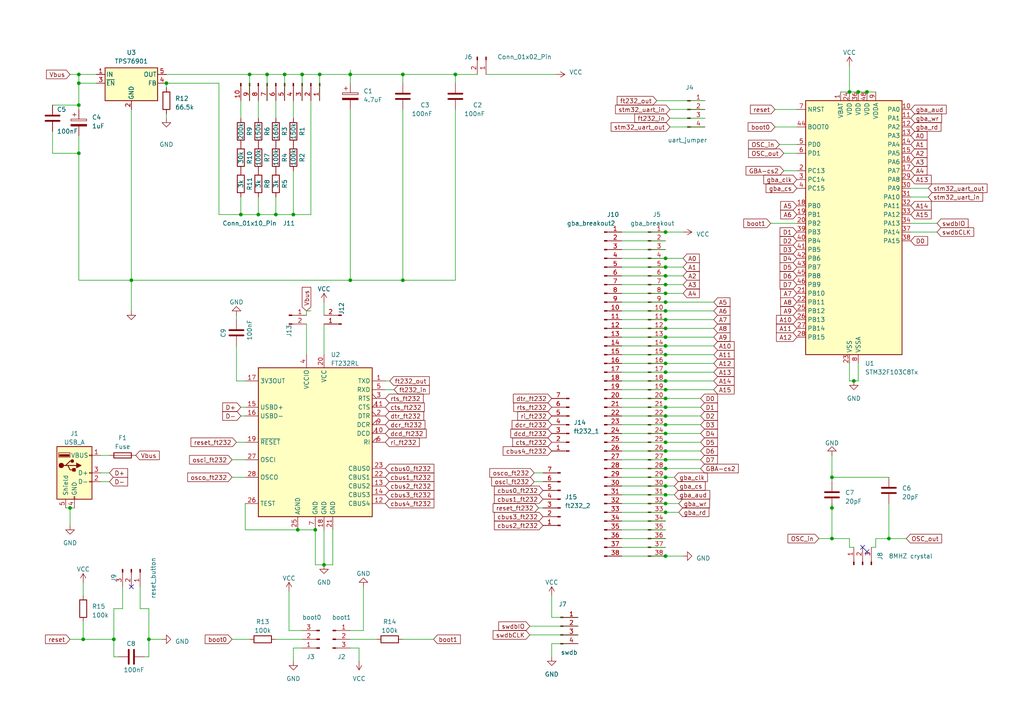
<source format=kicad_sch>
(kicad_sch (version 20230121) (generator eeschema)
  (paper "A4")
  (title_block (title "one") (date "2023-04-29") (rev "v01"))
  (lib_symbols
    (symbol "C_3" (pin_numbers hide) (pin_names (offset 0.254))
      (property "Reference" "C2" (at 8.89 -1.8137 0))
      (property "Value" "100nF" (at 8.89 -4.3537 0))
      (symbol "C_3_1_1"
        (pin passive line (at 0 3.81 270) (length 2.794) (name "~") (number "1"))
        (pin passive line (at 0 -3.81 90) (length 2.794) (name "~") (number "2"))
      )
    )
    (symbol "C_4" (pin_numbers hide) (pin_names (offset 0.254))
      (property "Reference" "C8" (at 3.81 0.635 0))
      (property "Value" "20pF" (at 3.81 -1.905 0))
      (symbol "C_4_1_1"
        (pin passive line (at 0 3.81 270) (length 2.794) (name "~") (number "1"))
        (pin passive line (at 0 -3.81 90) (length 2.794) (name "~") (number "2"))
      )
    )
    (symbol "Conn_01x03_Pin_1" (pin_names (offset 1.016) hide)
      (property "Reference" "J3" (at -1.27 -0.635 0))
      (property "Value" "boot0" (at 6.35 -5.08 0))
      (symbol "Conn_01x03_Pin_1_1_1"
        (pin passive line (at 5.08 2.54 180) (length 3.81) (name "Pin_1") (number "1"))
        (pin passive line (at 5.08 0 180) (length 3.81) (name "Pin_2") (number "2"))
        (pin passive line (at 5.08 -2.54 180) (length 3.81) (name "Pin_3") (number "3"))
      )
    )
    (symbol "Connector:Conn_01x02_Pin" (pin_names (offset 1.016) hide)
      (property "Reference" "J" (at 0 2.54 0))
      (property "Value" "Conn_01x02_Pin" (at 0 -5.08 0))
      (symbol "Conn_01x02_Pin_1_1"
        (pin passive line (at 5.08 0 180) (length 3.81) (name "Pin_1") (number "1"))
        (pin passive line (at 5.08 -2.54 180) (length 3.81) (name "Pin_2") (number "2"))
      )
    )
    (symbol "Connector:Conn_01x03_Pin" (pin_names (offset 1.016) hide)
      (property "Reference" "J2" (at 0.635 6.35 0))
      (property "Value" "boot1" (at 11.43 7.62 0))
      (symbol "Conn_01x03_Pin_1_1"
        (pin passive line (at 5.08 2.54 180) (length 3.81) (name "Pin_1") (number "1"))
        (pin passive line (at 5.08 0 180) (length 3.81) (name "Pin_2") (number "2"))
        (pin passive line (at 5.08 -2.54 180) (length 3.81) (name "Pin_3") (number "3"))
      )
    )
    (symbol "Connector:Conn_01x04_Pin" (pin_names (offset 1.016) hide)
      (property "Reference" "J" (at 0 5.08 0))
      (property "Value" "Conn_01x04_Pin" (at 0 -7.62 0))
      (symbol "Conn_01x04_Pin_1_1"
        (pin passive line (at 5.08 2.54 180) (length 3.81) (name "Pin_1") (number "1"))
        (pin passive line (at 5.08 0 180) (length 3.81) (name "Pin_2") (number "2"))
        (pin passive line (at 5.08 -2.54 180) (length 3.81) (name "Pin_3") (number "3"))
        (pin passive line (at 5.08 -5.08 180) (length 3.81) (name "Pin_4") (number "4"))
      )
    )
    (symbol "Connector:Conn_01x07_Pin" (pin_names (offset 1.016) hide)
      (property "Reference" "J" (at 0 10.16 0))
      (property "Value" "Conn_01x07_Pin" (at 0 -10.16 0))
      (symbol "Conn_01x07_Pin_1_1"
        (pin passive line (at 5.08 7.62 180) (length 3.81) (name "Pin_1") (number "1"))
        (pin passive line (at 5.08 5.08 180) (length 3.81) (name "Pin_2") (number "2"))
        (pin passive line (at 5.08 2.54 180) (length 3.81) (name "Pin_3") (number "3"))
        (pin passive line (at 5.08 0 180) (length 3.81) (name "Pin_4") (number "4"))
        (pin passive line (at 5.08 -2.54 180) (length 3.81) (name "Pin_5") (number "5"))
        (pin passive line (at 5.08 -5.08 180) (length 3.81) (name "Pin_6") (number "6"))
        (pin passive line (at 5.08 -7.62 180) (length 3.81) (name "Pin_7") (number "7"))
      )
    )
    (symbol "Connector:Conn_01x10_Pin" (pin_names (offset 1.016) hide)
      (property "Reference" "J" (at 0 12.7 0))
      (property "Value" "Conn_01x10_Pin" (at 0 -15.24 0))
      (symbol "Conn_01x10_Pin_1_1"
        (pin passive line (at 5.08 10.16 180) (length 3.81) (name "Pin_1") (number "1"))
        (pin passive line (at 5.08 -12.7 180) (length 3.81) (name "Pin_10") (number "10"))
        (pin passive line (at 5.08 7.62 180) (length 3.81) (name "Pin_2") (number "2"))
        (pin passive line (at 5.08 5.08 180) (length 3.81) (name "Pin_3") (number "3"))
        (pin passive line (at 5.08 2.54 180) (length 3.81) (name "Pin_4") (number "4"))
        (pin passive line (at 5.08 0 180) (length 3.81) (name "Pin_5") (number "5"))
        (pin passive line (at 5.08 -2.54 180) (length 3.81) (name "Pin_6") (number "6"))
        (pin passive line (at 5.08 -5.08 180) (length 3.81) (name "Pin_7") (number "7"))
        (pin passive line (at 5.08 -7.62 180) (length 3.81) (name "Pin_8") (number "8"))
        (pin passive line (at 5.08 -10.16 180) (length 3.81) (name "Pin_9") (number "9"))
      )
    )
    (symbol "Connector:Conn_01x38_Pin" (pin_names (offset 1.016) hide)
      (property "Reference" "J5" (at 0.635 49.53 0))
      (property "Value" "gba_breakout" (at 0.635 46.99 0))
      (symbol "Conn_01x38_Pin_1_1"
        (pin passive line (at 5.08 45.72 180) (length 3.81) (name "Pin_1") (number "1"))
        (pin passive line (at 5.08 22.86 180) (length 3.81) (name "Pin_10") (number "10"))
        (pin passive line (at 5.08 20.32 180) (length 3.81) (name "Pin_11") (number "11"))
        (pin passive line (at 5.08 17.78 180) (length 3.81) (name "Pin_12") (number "12"))
        (pin passive line (at 5.08 15.24 180) (length 3.81) (name "Pin_13") (number "13"))
        (pin passive line (at 5.08 12.7 180) (length 3.81) (name "Pin_14") (number "14"))
        (pin passive line (at 5.08 10.16 180) (length 3.81) (name "Pin_15") (number "15"))
        (pin passive line (at 5.08 7.62 180) (length 3.81) (name "Pin_16") (number "16"))
        (pin passive line (at 5.08 5.08 180) (length 3.81) (name "Pin_17") (number "17"))
        (pin passive line (at 5.08 2.54 180) (length 3.81) (name "Pin_18") (number "18"))
        (pin passive line (at 5.08 0 180) (length 3.81) (name "Pin_19") (number "19"))
        (pin passive line (at 5.08 43.18 180) (length 3.81) (name "Pin_2") (number "2"))
        (pin passive line (at 5.08 -2.54 180) (length 3.81) (name "Pin_20") (number "20"))
        (pin passive line (at 5.08 -5.08 180) (length 3.81) (name "Pin_21") (number "21"))
        (pin passive line (at 5.08 -7.62 180) (length 3.81) (name "Pin_22") (number "22"))
        (pin passive line (at 5.08 -10.16 180) (length 3.81) (name "Pin_23") (number "23"))
        (pin passive line (at 5.08 -12.7 180) (length 3.81) (name "Pin_24") (number "24"))
        (pin passive line (at 5.08 -15.24 180) (length 3.81) (name "Pin_25") (number "25"))
        (pin passive line (at 5.08 -17.78 180) (length 3.81) (name "Pin_26") (number "26"))
        (pin passive line (at 5.08 -20.32 180) (length 3.81) (name "Pin_27") (number "27"))
        (pin passive line (at 5.08 -22.86 180) (length 3.81) (name "Pin_28") (number "28"))
        (pin passive line (at 5.08 -25.4 180) (length 3.81) (name "Pin_29") (number "29"))
        (pin passive line (at 5.08 40.64 180) (length 3.81) (name "Pin_3") (number "3"))
        (pin passive line (at 5.08 -27.94 180) (length 3.81) (name "Pin_30") (number "30"))
        (pin passive line (at 5.08 -30.48 180) (length 3.81) (name "Pin_31") (number "31"))
        (pin passive line (at 5.08 -33.02 180) (length 3.81) (name "Pin_32") (number "32"))
        (pin passive line (at 5.08 -35.56 180) (length 3.81) (name "Pin_33") (number "33"))
        (pin passive line (at 5.08 -38.1 180) (length 3.81) (name "Pin_34") (number "34"))
        (pin passive line (at 5.08 -40.64 180) (length 3.81) (name "Pin_35") (number "35"))
        (pin passive line (at 5.08 -43.18 180) (length 3.81) (name "Pin_36") (number "36"))
        (pin passive line (at 5.08 -45.72 180) (length 3.81) (name "Pin_37") (number "37"))
        (pin passive line (at 5.08 -48.26 180) (length 3.81) (name "Pin_38") (number "38"))
        (pin passive line (at 5.08 38.1 180) (length 3.81) (name "Pin_4") (number "4"))
        (pin passive line (at 5.08 35.56 180) (length 3.81) (name "Pin_5") (number "5"))
        (pin passive line (at 5.08 33.02 180) (length 3.81) (name "Pin_6") (number "6"))
        (pin passive line (at 5.08 30.48 180) (length 3.81) (name "Pin_7") (number "7"))
        (pin passive line (at 5.08 27.94 180) (length 3.81) (name "Pin_8") (number "8"))
        (pin passive line (at 5.08 25.4 180) (length 3.81) (name "Pin_9") (number "9"))
      )
    )
    (symbol "Connector:USB_A" (pin_names (offset 1.016))
      (property "Reference" "J" (at -5.08 11.43 0))
      (property "Value" "USB_A" (at -5.08 8.89 0))
      (symbol "USB_A_1_1"
        (pin power_in line (at 7.62 5.08 180) (length 2.54) (name "VBUS") (number "1"))
        (pin bidirectional line (at 7.62 -2.54 180) (length 2.54) (name "D-") (number "2"))
        (pin bidirectional line (at 7.62 0 180) (length 2.54) (name "D+") (number "3"))
        (pin power_in line (at 0 -10.16 90) (length 2.54) (name "GND") (number "4"))
        (pin passive line (at -2.54 -10.16 90) (length 2.54) (name "Shield") (number "5"))
      )
    )
    (symbol "Device:C_Polarized" (pin_numbers hide) (pin_names (offset 0.254))
      (property "Reference" "C1" (at 3.81 1.524 0))
      (property "Value" "4.7uF" (at 3.81 -1.016 0))
      (symbol "C_Polarized_1_1"
        (pin passive line (at 0 3.81 270) (length 2.794) (name "~") (number "1"))
        (pin passive line (at 0 -3.81 90) (length 2.794) (name "~") (number "2"))
      )
    )
    (symbol "Device:Fuse" (pin_numbers hide) (pin_names (offset 0))
      (property "Reference" "F" (at 2.032 0 90))
      (property "Value" "Fuse" (at -1.905 0 90))
      (symbol "Fuse_1_1"
        (pin passive line (at 0 3.81 270) (length 1.27) (name "~") (number "1"))
        (pin passive line (at 0 -3.81 90) (length 1.27) (name "~") (number "2"))
      )
    )
    (symbol "Interface_USB:FT232RL"
      (property "Reference" "U" (at -16.51 22.86 0))
      (property "Value" "FT232RL" (at 10.16 22.86 0))
      (symbol "FT232RL_1_1"
        (pin output line (at 20.32 17.78 180) (length 3.81) (name "TXD") (number "1"))
        (pin input input_low (at 20.32 2.54 180) (length 3.81) (name "DCD") (number "10"))
        (pin input input_low (at 20.32 10.16 180) (length 3.81) (name "CTS") (number "11"))
        (pin bidirectional line (at 20.32 -17.78 180) (length 3.81) (name "CBUS4") (number "12"))
        (pin bidirectional line (at 20.32 -12.7 180) (length 3.81) (name "CBUS2") (number "13"))
        (pin bidirectional line (at 20.32 -15.24 180) (length 3.81) (name "CBUS3") (number "14"))
        (pin bidirectional line (at -20.32 10.16 0) (length 3.81) (name "USBD+") (number "15"))
        (pin bidirectional line (at -20.32 7.62 0) (length 3.81) (name "USBD-") (number "16"))
        (pin power_out line (at -20.32 17.78 0) (length 3.81) (name "3V3OUT") (number "17"))
        (pin power_in line (at 2.54 -25.4 90) (length 3.81) (name "GND") (number "18"))
        (pin input line (at -20.32 0 0) (length 3.81) (name "~{RESET}") (number "19"))
        (pin output output_low (at 20.32 7.62 180) (length 3.81) (name "DTR") (number "2"))
        (pin power_in line (at 2.54 25.4 270) (length 3.81) (name "VCC") (number "20"))
        (pin power_in line (at 5.08 -25.4 90) (length 3.81) (name "GND") (number "21"))
        (pin bidirectional line (at 20.32 -10.16 180) (length 3.81) (name "CBUS1") (number "22"))
        (pin bidirectional line (at 20.32 -7.62 180) (length 3.81) (name "CBUS0") (number "23"))
        (pin power_in line (at -5.08 -25.4 90) (length 3.81) (name "AGND") (number "25"))
        (pin input line (at -20.32 -17.78 0) (length 3.81) (name "TEST") (number "26"))
        (pin input line (at -20.32 -5.08 0) (length 3.81) (name "OSCI") (number "27"))
        (pin output line (at -20.32 -10.16 0) (length 3.81) (name "OSCO") (number "28"))
        (pin output output_low (at 20.32 12.7 180) (length 3.81) (name "RTS") (number "3"))
        (pin power_in line (at -2.54 25.4 270) (length 3.81) (name "VCCIO") (number "4"))
        (pin input line (at 20.32 15.24 180) (length 3.81) (name "RXD") (number "5"))
        (pin input input_low (at 20.32 0 180) (length 3.81) (name "RI") (number "6"))
        (pin power_in line (at 0 -25.4 90) (length 3.81) (name "GND") (number "7"))
        (pin input input_low (at 20.32 5.08 180) (length 3.81) (name "DCR") (number "9"))
      )
    )
    (symbol "MCU_ST_STM32F1:STM32F103C8Tx"
      (property "Reference" "U" (at -12.7 39.37 0))
      (property "Value" "STM32F103C8Tx" (at 10.16 39.37 0))
      (symbol "STM32F103C8Tx_1_1"
        (pin power_in line (at -2.54 40.64 270) (length 2.54) (name "VBAT") (number "1"))
        (pin bidirectional line (at 17.78 35.56 180) (length 2.54) (name "PA0") (number "10"))
        (pin bidirectional line (at 17.78 33.02 180) (length 2.54) (name "PA1") (number "11"))
        (pin bidirectional line (at 17.78 30.48 180) (length 2.54) (name "PA2") (number "12"))
        (pin bidirectional line (at 17.78 27.94 180) (length 2.54) (name "PA3") (number "13"))
        (pin bidirectional line (at 17.78 25.4 180) (length 2.54) (name "PA4") (number "14"))
        (pin bidirectional line (at 17.78 22.86 180) (length 2.54) (name "PA5") (number "15"))
        (pin bidirectional line (at 17.78 20.32 180) (length 2.54) (name "PA6") (number "16"))
        (pin bidirectional line (at 17.78 17.78 180) (length 2.54) (name "PA7") (number "17"))
        (pin bidirectional line (at -15.24 7.62 0) (length 2.54) (name "PB0") (number "18"))
        (pin bidirectional line (at -15.24 5.08 0) (length 2.54) (name "PB1") (number "19"))
        (pin bidirectional line (at -15.24 17.78 0) (length 2.54) (name "PC13") (number "2"))
        (pin bidirectional line (at -15.24 2.54 0) (length 2.54) (name "PB2") (number "20"))
        (pin bidirectional line (at -15.24 -17.78 0) (length 2.54) (name "PB10") (number "21"))
        (pin bidirectional line (at -15.24 -20.32 0) (length 2.54) (name "PB11") (number "22"))
        (pin power_in line (at 0 -38.1 90) (length 2.54) (name "VSS") (number "23"))
        (pin power_in line (at 0 40.64 270) (length 2.54) (name "VDD") (number "24"))
        (pin bidirectional line (at -15.24 -22.86 0) (length 2.54) (name "PB12") (number "25"))
        (pin bidirectional line (at -15.24 -25.4 0) (length 2.54) (name "PB13") (number "26"))
        (pin bidirectional line (at -15.24 -27.94 0) (length 2.54) (name "PB14") (number "27"))
        (pin bidirectional line (at -15.24 -30.48 0) (length 2.54) (name "PB15") (number "28"))
        (pin bidirectional line (at 17.78 15.24 180) (length 2.54) (name "PA8") (number "29"))
        (pin bidirectional line (at -15.24 15.24 0) (length 2.54) (name "PC14") (number "3"))
        (pin bidirectional line (at 17.78 12.7 180) (length 2.54) (name "PA9") (number "30"))
        (pin bidirectional line (at 17.78 10.16 180) (length 2.54) (name "PA10") (number "31"))
        (pin bidirectional line (at 17.78 7.62 180) (length 2.54) (name "PA11") (number "32"))
        (pin bidirectional line (at 17.78 5.08 180) (length 2.54) (name "PA12") (number "33"))
        (pin bidirectional line (at 17.78 2.54 180) (length 2.54) (name "PA13") (number "34"))
        (pin passive line (at 0 -38.1 90) (length 2.54) hide (name "VSS") (number "35"))
        (pin power_in line (at 2.54 40.64 270) (length 2.54) (name "VDD") (number "36"))
        (pin bidirectional line (at 17.78 0 180) (length 2.54) (name "PA14") (number "37"))
        (pin bidirectional line (at 17.78 -2.54 180) (length 2.54) (name "PA15") (number "38"))
        (pin bidirectional line (at -15.24 0 0) (length 2.54) (name "PB3") (number "39"))
        (pin bidirectional line (at -15.24 12.7 0) (length 2.54) (name "PC15") (number "4"))
        (pin bidirectional line (at -15.24 -2.54 0) (length 2.54) (name "PB4") (number "40"))
        (pin bidirectional line (at -15.24 -5.08 0) (length 2.54) (name "PB5") (number "41"))
        (pin bidirectional line (at -15.24 -7.62 0) (length 2.54) (name "PB6") (number "42"))
        (pin bidirectional line (at -15.24 -10.16 0) (length 2.54) (name "PB7") (number "43"))
        (pin input line (at -15.24 30.48 0) (length 2.54) (name "BOOT0") (number "44"))
        (pin bidirectional line (at -15.24 -12.7 0) (length 2.54) (name "PB8") (number "45"))
        (pin bidirectional line (at -15.24 -15.24 0) (length 2.54) (name "PB9") (number "46"))
        (pin passive line (at 0 -38.1 90) (length 2.54) hide (name "VSS") (number "47"))
        (pin power_in line (at 5.08 40.64 270) (length 2.54) (name "VDD") (number "48"))
        (pin bidirectional line (at -15.24 25.4 0) (length 2.54) (name "PD0") (number "5"))
        (pin bidirectional line (at -15.24 22.86 0) (length 2.54) (name "PD1") (number "6"))
        (pin input line (at -15.24 35.56 0) (length 2.54) (name "NRST") (number "7"))
        (pin power_in line (at 2.54 -38.1 90) (length 2.54) (name "VSSA") (number "8"))
        (pin power_in line (at 7.62 40.64 270) (length 2.54) (name "VDDA") (number "9"))
      )
    )
    (symbol "R_2" (pin_numbers hide) (pin_names (offset 0))
      (property "Reference" "R3" (at 2.54 0.635 0))
      (property "Value" "100k" (at 2.54 -1.905 0))
      (symbol "R_2_1_1"
        (pin passive line (at 0 3.81 270) (length 1.27) (name "~") (number "1"))
        (pin passive line (at 0 -3.81 90) (length 1.27) (name "~") (number "2"))
      )
    )
    (symbol "Regulator_Linear:TPS76901" (pin_names (offset 0.254))
      (property "Reference" "U" (at -6.35 5.715 0))
      (property "Value" "TPS76901" (at 0 5.715 0))
      (symbol "TPS76901_1_1"
        (pin power_in line (at -10.16 2.54 0) (length 2.54) (name "IN") (number "1"))
        (pin power_in line (at 0 -7.62 90) (length 2.54) (name "GND") (number "2"))
        (pin input line (at -10.16 0 0) (length 2.54) (name "~{EN}") (number "3"))
        (pin input line (at 10.16 0 180) (length 2.54) (name "FB") (number "4"))
        (pin power_out line (at 10.16 2.54 180) (length 2.54) (name "OUT") (number "5"))
      )
    )
    (symbol "power:GND" (power) (pin_names (offset 0))
      (property "Value" "GND" (at 0 -3.81 0))
      (symbol "GND_1_1"
        (pin power_in line (at 0 0 270) (length 0) hide (name "GND") (number "1"))
      )
    )
    (symbol "power:VCC" (power) (pin_names (offset 0))
      (property "Value" "VCC" (at 0 3.81 0))
      (symbol "VCC_1_1"
        (pin power_in line (at 0 0 90) (length 0) hide (name "VCC") (number "1"))
      )
    )
  )
  (junction (at 193.04 128.27))
  (junction (at 74.93 62.23))
  (junction (at 193.04 77.47))
  (junction (at 92.71 21.59))
  (junction (at 193.04 67.31))
  (junction (at 248.92 26.67))
  (junction (at 257.81 156.21))
  (junction (at 241.3 156.21))
  (junction (at 116.84 21.59))
  (junction (at 193.04 105.41))
  (junction (at 193.04 113.03))
  (junction (at 193.04 74.93))
  (junction (at 193.04 92.71))
  (junction (at 193.04 161.29))
  (junction (at 193.04 115.57))
  (junction (at 80.01 62.23))
  (junction (at 193.04 148.59))
  (junction (at 193.04 110.49))
  (junction (at 82.55 21.59))
  (junction (at 24.13 185.42))
  (junction (at 193.04 135.89))
  (junction (at 132.08 21.59))
  (junction (at 22.86 24.13))
  (junction (at 193.04 130.81))
  (junction (at 93.98 163.83))
  (junction (at 22.86 44.45))
  (junction (at 116.84 81.28))
  (junction (at 101.6 81.28))
  (junction (at 193.04 97.79))
  (junction (at 20.32 147.32))
  (junction (at 193.04 146.05))
  (junction (at 251.46 26.67))
  (junction (at 193.04 133.35))
  (junction (at 193.04 95.25))
  (junction (at 193.04 100.33))
  (junction (at 193.04 118.11))
  (junction (at 22.86 21.59))
  (junction (at 193.04 107.95))
  (junction (at 193.04 80.01))
  (junction (at 43.18 185.42))
  (junction (at 193.04 90.17))
  (junction (at 193.04 138.43))
  (junction (at 193.04 82.55))
  (junction (at 87.63 21.59))
  (junction (at 77.47 21.59))
  (junction (at 48.26 24.13))
  (junction (at 101.6 21.59))
  (junction (at 193.04 143.51))
  (junction (at 38.1 81.28))
  (junction (at 193.04 123.19))
  (junction (at 86.36 153.67))
  (junction (at 193.04 102.87))
  (junction (at 72.39 21.59))
  (junction (at 193.04 125.73))
  (junction (at 193.04 87.63))
  (junction (at 22.86 30.48))
  (junction (at 193.04 120.65))
  (junction (at 246.38 26.67))
  (junction (at 91.44 153.67))
  (junction (at 69.85 62.23))
  (junction (at 241.3 147.32))
  (junction (at 241.3 138.43))
  (junction (at 85.09 62.23))
  (junction (at 193.04 85.09))
  (junction (at 33.02 185.42))
  (junction (at 247.65 110.49))
  (junction (at 193.04 140.97))
  (no_connect (at 38.1 170.18))
  (no_connect (at 250.19 158.75))
  (no_connect (at 251.46 160.02))
  (wire (pts (xy 22.86 81.28) (xy 38.1 81.28)))
  (wire (pts (xy 246.38 19.05) (xy 246.38 26.67)))
  (wire (pts (xy 226.06 41.91) (xy 231.14 41.91)))
  (wire (pts (xy 180.34 161.29) (xy 193.04 161.29)))
  (wire (pts (xy 83.82 182.88) (xy 87.63 182.88)))
  (wire (pts (xy 264.16 54.61) (xy 269.24 54.61)))
  (wire (pts (xy 20.32 147.32) (xy 21.59 147.32)))
  (wire (pts (xy 20.32 185.42) (xy 24.13 185.42)))
  (wire (pts (xy 180.34 113.03) (xy 193.04 113.03)))
  (wire (pts (xy 74.93 62.23) (xy 80.01 62.23)))
  (wire (pts (xy 180.34 77.47) (xy 193.04 77.47)))
  (wire (pts (xy 33.02 176.53) (xy 33.02 185.42)))
  (wire (pts (xy 203.2 120.65) (xy 193.04 120.65)))
  (wire (pts (xy 194.31 31.75) (xy 204.47 31.75)))
  (wire (pts (xy 101.6 31.75) (xy 101.6 81.28)))
  (wire (pts (xy 153.67 181.61) (xy 167.64 181.61)))
  (wire (pts (xy 82.55 21.59) (xy 87.63 21.59)))
  (wire (pts (xy 156.21 147.32) (xy 157.48 147.32)))
  (wire (pts (xy 248.92 110.49) (xy 247.65 110.49)))
  (wire (pts (xy 237.49 156.21) (xy 241.3 156.21)))
  (wire (pts (xy 254 158.75) (xy 254 156.21)))
  (wire (pts (xy 160.02 172.72) (xy 160.02 179.07)))
  (wire (pts (xy 198.12 80.01) (xy 193.04 80.01)))
  (wire (pts (xy 207.01 102.87) (xy 193.04 102.87)))
  (wire (pts (xy 223.52 64.77) (xy 231.14 64.77)))
  (wire (pts (xy 180.34 153.67) (xy 193.04 153.67)))
  (wire (pts (xy 22.86 21.59) (xy 20.32 21.59)))
  (wire (pts (xy 83.82 171.45) (xy 83.82 182.88)))
  (wire (pts (xy 180.34 72.39) (xy 193.04 72.39)))
  (wire (pts (xy 27.94 24.13) (xy 22.86 24.13)))
  (wire (pts (xy 180.34 130.81) (xy 193.04 130.81)))
  (wire (pts (xy 180.34 138.43) (xy 193.04 138.43)))
  (wire (pts (xy 113.03 110.49) (xy 111.76 110.49)))
  (wire (pts (xy 68.58 100.33) (xy 68.58 110.49)))
  (wire (pts (xy 203.2 130.81) (xy 193.04 130.81)))
  (wire (pts (xy 180.34 90.17) (xy 193.04 90.17)))
  (wire (pts (xy 93.98 153.67) (xy 93.98 163.83)))
  (wire (pts (xy 69.85 120.65) (xy 71.12 120.65)))
  (wire (pts (xy 160.02 186.69) (xy 167.64 186.69)))
  (wire (pts (xy 15.24 44.45) (xy 22.86 44.45)))
  (wire (pts (xy 72.39 21.59) (xy 77.47 21.59)))
  (wire (pts (xy 257.81 156.21) (xy 262.89 156.21)))
  (wire (pts (xy 248.92 26.67) (xy 251.46 26.67)))
  (wire (pts (xy 96.52 153.67) (xy 96.52 163.83)))
  (wire (pts (xy 116.84 185.42) (xy 125.73 185.42)))
  (wire (pts (xy 114.3 113.03) (xy 111.76 113.03)))
  (wire (pts (xy 116.84 21.59) (xy 116.84 24.13)))
  (wire (pts (xy 180.34 135.89) (xy 193.04 135.89)))
  (wire (pts (xy 207.01 100.33) (xy 193.04 100.33)))
  (wire (pts (xy 90.17 62.23) (xy 85.09 62.23)))
  (wire (pts (xy 180.34 115.57) (xy 193.04 115.57)))
  (wire (pts (xy 198.12 74.93) (xy 193.04 74.93)))
  (wire (pts (xy 241.3 138.43) (xy 241.3 139.7)))
  (wire (pts (xy 33.02 190.5) (xy 34.29 190.5)))
  (wire (pts (xy 180.34 105.41) (xy 193.04 105.41)))
  (wire (pts (xy 20.32 152.4) (xy 20.32 147.32)))
  (wire (pts (xy 85.09 62.23) (xy 85.09 49.53)))
  (wire (pts (xy 180.34 123.19) (xy 193.04 123.19)))
  (wire (pts (xy 246.38 158.75) (xy 247.65 158.75)))
  (wire (pts (xy 91.44 153.67) (xy 91.44 163.83)))
  (wire (pts (xy 180.34 107.95) (xy 193.04 107.95)))
  (wire (pts (xy 101.6 21.59) (xy 116.84 21.59)))
  (wire (pts (xy 40.64 170.18) (xy 40.64 176.53)))
  (wire (pts (xy 180.34 87.63) (xy 193.04 87.63)))
  (wire (pts (xy 264.16 64.77) (xy 271.78 64.77)))
  (wire (pts (xy 43.18 176.53) (xy 43.18 185.42)))
  (wire (pts (xy 87.63 187.96) (xy 85.09 187.96)))
  (wire (pts (xy 160.02 179.07) (xy 167.64 179.07)))
  (wire (pts (xy 93.98 93.98) (xy 93.98 102.87)))
  (wire (pts (xy 33.02 176.53) (xy 35.56 176.53)))
  (wire (pts (xy 82.55 29.21) (xy 82.55 21.59)))
  (wire (pts (xy 198.12 161.29) (xy 193.04 161.29)))
  (wire (pts (xy 31.75 132.08) (xy 29.21 132.08)))
  (wire (pts (xy 193.04 92.71) (xy 207.01 92.71)))
  (wire (pts (xy 132.08 21.59) (xy 138.43 21.59)))
  (wire (pts (xy 207.01 95.25) (xy 193.04 95.25)))
  (wire (pts (xy 27.94 21.59) (xy 22.86 21.59)))
  (wire (pts (xy 203.2 133.35) (xy 193.04 133.35)))
  (wire (pts (xy 90.17 29.21) (xy 90.17 62.23)))
  (wire (pts (xy 246.38 105.41) (xy 246.38 110.49)))
  (wire (pts (xy 22.86 81.28) (xy 22.86 44.45)))
  (wire (pts (xy 48.26 21.59) (xy 72.39 21.59)))
  (wire (pts (xy 180.34 110.49) (xy 193.04 110.49)))
  (wire (pts (xy 207.01 97.79) (xy 193.04 97.79)))
  (wire (pts (xy 241.3 132.08) (xy 241.3 138.43)))
  (wire (pts (xy 87.63 21.59) (xy 87.63 29.21)))
  (wire (pts (xy 92.71 21.59) (xy 92.71 29.21)))
  (wire (pts (xy 180.34 82.55) (xy 193.04 82.55)))
  (wire (pts (xy 24.13 168.91) (xy 24.13 172.72)))
  (wire (pts (xy 203.2 135.89) (xy 193.04 135.89)))
  (wire (pts (xy 132.08 21.59) (xy 132.08 24.13)))
  (wire (pts (xy 68.58 110.49) (xy 71.12 110.49)))
  (wire (pts (xy 48.26 24.13) (xy 63.5 24.13)))
  (wire (pts (xy 101.6 187.96) (xy 104.14 187.96)))
  (wire (pts (xy 48.26 34.29) (xy 48.26 33.02)))
  (wire (pts (xy 227.33 49.53) (xy 231.14 49.53)))
  (wire (pts (xy 180.34 125.73) (xy 193.04 125.73)))
  (wire (pts (xy 180.34 74.93) (xy 193.04 74.93)))
  (wire (pts (xy 180.34 128.27) (xy 193.04 128.27)))
  (wire (pts (xy 15.24 30.48) (xy 22.86 30.48)))
  (wire (pts (xy 193.04 107.95) (xy 207.01 107.95)))
  (wire (pts (xy 116.84 31.75) (xy 116.84 81.28)))
  (wire (pts (xy 74.93 34.29) (xy 74.93 29.21)))
  (wire (pts (xy 87.63 21.59) (xy 92.71 21.59)))
  (wire (pts (xy 67.31 185.42) (xy 72.39 185.42)))
  (wire (pts (xy 246.38 26.67) (xy 248.92 26.67)))
  (wire (pts (xy 31.75 139.7) (xy 29.21 139.7)))
  (wire (pts (xy 207.01 87.63) (xy 193.04 87.63)))
  (wire (pts (xy 203.2 128.27) (xy 193.04 128.27)))
  (wire (pts (xy 153.67 184.15) (xy 167.64 184.15)))
  (wire (pts (xy 246.38 156.21) (xy 246.38 158.75)))
  (wire (pts (xy 257.81 156.21) (xy 257.81 146.05)))
  (wire (pts (xy 180.34 80.01) (xy 193.04 80.01)))
  (wire (pts (xy 24.13 185.42) (xy 24.13 180.34)))
  (wire (pts (xy 194.31 34.29) (xy 204.47 34.29)))
  (wire (pts (xy 160.02 190.5) (xy 160.02 186.69)))
  (wire (pts (xy 38.1 81.28) (xy 101.6 81.28)))
  (wire (pts (xy 207.01 110.49) (xy 193.04 110.49)))
  (wire (pts (xy 101.6 21.59) (xy 101.6 24.13)))
  (wire (pts (xy 22.86 24.13) (xy 22.86 21.59)))
  (wire (pts (xy 140.97 21.59) (xy 161.29 21.59)))
  (wire (pts (xy 24.13 185.42) (xy 33.02 185.42)))
  (wire (pts (xy 180.34 92.71) (xy 193.04 92.71)))
  (wire (pts (xy 41.91 190.5) (xy 43.18 190.5)))
  (wire (pts (xy 203.2 125.73) (xy 193.04 125.73)))
  (wire (pts (xy 68.58 128.27) (xy 71.12 128.27)))
  (wire (pts (xy 93.98 163.83) (xy 96.52 163.83)))
  (wire (pts (xy 43.18 190.5) (xy 43.18 185.42)))
  (wire (pts (xy 180.34 146.05) (xy 193.04 146.05)))
  (wire (pts (xy 69.85 118.11) (xy 71.12 118.11)))
  (wire (pts (xy 22.86 30.48) (xy 22.86 31.75)))
  (wire (pts (xy 180.34 143.51) (xy 193.04 143.51)))
  (wire (pts (xy 101.6 182.88) (xy 105.41 182.88)))
  (wire (pts (xy 88.9 90.17) (xy 88.9 91.44)))
  (wire (pts (xy 195.58 140.97) (xy 193.04 140.97)))
  (wire (pts (xy 22.86 44.45) (xy 22.86 39.37)))
  (wire (pts (xy 196.85 146.05) (xy 193.04 146.05)))
  (wire (pts (xy 198.12 85.09) (xy 193.04 85.09)))
  (wire (pts (xy 101.6 20.32) (xy 101.6 21.59)))
  (wire (pts (xy 86.36 153.67) (xy 91.44 153.67)))
  (wire (pts (xy 91.44 163.83) (xy 93.98 163.83)))
  (wire (pts (xy 101.6 81.28) (xy 116.84 81.28)))
  (wire (pts (xy 264.16 67.31) (xy 271.78 67.31)))
  (wire (pts (xy 92.71 21.59) (xy 101.6 21.59)))
  (wire (pts (xy 80.01 185.42) (xy 87.63 185.42)))
  (wire (pts (xy 22.86 24.13) (xy 22.86 30.48)))
  (wire (pts (xy 48.26 24.13) (xy 48.26 25.4)))
  (wire (pts (xy 194.31 36.83) (xy 204.47 36.83)))
  (wire (pts (xy 180.34 156.21) (xy 193.04 156.21)))
  (wire (pts (xy 80.01 62.23) (xy 85.09 62.23)))
  (wire (pts (xy 246.38 110.49) (xy 247.65 110.49)))
  (wire (pts (xy 72.39 21.59) (xy 72.39 29.21)))
  (wire (pts (xy 85.09 34.29) (xy 85.09 29.21)))
  (wire (pts (xy 33.02 185.42) (xy 33.02 190.5)))
  (wire (pts (xy 243.84 26.67) (xy 246.38 26.67)))
  (wire (pts (xy 85.09 187.96) (xy 85.09 191.77)))
  (wire (pts (xy 80.01 62.23) (xy 80.01 57.15)))
  (wire (pts (xy 35.56 176.53) (xy 35.56 170.18)))
  (wire (pts (xy 88.9 93.98) (xy 88.9 102.87)))
  (wire (pts (xy 154.94 137.16) (xy 157.48 137.16)))
  (wire (pts (xy 241.3 156.21) (xy 246.38 156.21)))
  (wire (pts (xy 43.18 185.42) (xy 46.99 185.42)))
  (wire (pts (xy 193.04 113.03) (xy 207.01 113.03)))
  (wire (pts (xy 63.5 24.13) (xy 63.5 62.23)))
  (wire (pts (xy 180.34 97.79) (xy 193.04 97.79)))
  (wire (pts (xy 74.93 62.23) (xy 69.85 62.23)))
  (wire (pts (xy 203.2 118.11) (xy 193.04 118.11)))
  (wire (pts (xy 71.12 153.67) (xy 86.36 153.67)))
  (wire (pts (xy 198.12 77.47) (xy 193.04 77.47)))
  (wire (pts (xy 251.46 26.67) (xy 254 26.67)))
  (wire (pts (xy 38.1 31.75) (xy 38.1 81.28)))
  (wire (pts (xy 190.5 29.21) (xy 204.47 29.21)))
  (wire (pts (xy 88.9 90.17) (xy 90.17 90.17)))
  (wire (pts (xy 203.2 115.57) (xy 193.04 115.57)))
  (wire (pts (xy 67.31 133.35) (xy 71.12 133.35)))
  (wire (pts (xy 67.31 138.43) (xy 71.12 138.43)))
  (wire (pts (xy 180.34 120.65) (xy 193.04 120.65)))
  (wire (pts (xy 180.34 67.31) (xy 193.04 67.31)))
  (wire (pts (xy 31.75 137.16) (xy 29.21 137.16)))
  (wire (pts (xy 198.12 82.55) (xy 193.04 82.55)))
  (wire (pts (xy 101.6 185.42) (xy 109.22 185.42)))
  (wire (pts (xy 116.84 81.28) (xy 132.08 81.28)))
  (wire (pts (xy 180.34 151.13) (xy 193.04 151.13)))
  (wire (pts (xy 196.85 148.59) (xy 193.04 148.59)))
  (wire (pts (xy 77.47 21.59) (xy 82.55 21.59)))
  (wire (pts (xy 105.41 182.88) (xy 105.41 170.18)))
  (wire (pts (xy 198.12 67.31) (xy 193.04 67.31)))
  (wire (pts (xy 195.58 143.51) (xy 193.04 143.51)))
  (wire (pts (xy 241.3 138.43) (xy 257.81 138.43)))
  (wire (pts (xy 154.94 139.7) (xy 157.48 139.7)))
  (wire (pts (xy 180.34 100.33) (xy 193.04 100.33)))
  (wire (pts (xy 77.47 29.21) (xy 77.47 21.59)))
  (wire (pts (xy 248.92 105.41) (xy 248.92 110.49)))
  (wire (pts (xy 68.58 91.44) (xy 68.58 92.71)))
  (wire (pts (xy 224.79 31.75) (xy 231.14 31.75)))
  (wire (pts (xy 38.1 90.17) (xy 38.1 81.28)))
  (wire (pts (xy 116.84 21.59) (xy 132.08 21.59)))
  (wire (pts (xy 180.34 158.75) (xy 193.04 158.75)))
  (wire (pts (xy 15.24 38.1) (xy 15.24 44.45)))
  (wire (pts (xy 74.93 57.15) (xy 74.93 62.23)))
  (wire (pts (xy 195.58 138.43) (xy 193.04 138.43)))
  (wire (pts (xy 241.3 147.32) (xy 241.3 156.21)))
  (wire (pts (xy 227.33 44.45) (xy 231.14 44.45)))
  (wire (pts (xy 80.01 34.29) (xy 80.01 29.21)))
  (wire (pts (xy 180.34 102.87) (xy 193.04 102.87)))
  (wire (pts (xy 180.34 95.25) (xy 193.04 95.25)))
  (wire (pts (xy 203.2 123.19) (xy 193.04 123.19)))
  (wire (pts (xy 224.79 36.83) (xy 231.14 36.83)))
  (wire (pts (xy 180.34 140.97) (xy 193.04 140.97)))
  (wire (pts (xy 71.12 146.05) (xy 71.12 153.67)))
  (wire (pts (xy 241.3 146.05) (xy 241.3 147.32)))
  (wire (pts (xy 63.5 62.23) (xy 69.85 62.23)))
  (wire (pts (xy 40.64 176.53) (xy 43.18 176.53)))
  (wire (pts (xy 69.85 62.23) (xy 69.85 57.15)))
  (wire (pts (xy 180.34 118.11) (xy 193.04 118.11)))
  (wire (pts (xy 132.08 81.28) (xy 132.08 31.75)))
  (wire (pts (xy 180.34 69.85) (xy 193.04 69.85)))
  (wire (pts (xy 180.34 133.35) (xy 193.04 133.35)))
  (wire (pts (xy 180.34 85.09) (xy 193.04 85.09)))
  (wire (pts (xy 207.01 90.17) (xy 193.04 90.17)))
  (wire (pts (xy 207.01 105.41) (xy 193.04 105.41)))
  (wire (pts (xy 254 156.21) (xy 257.81 156.21)))
  (wire (pts (xy 252.73 158.75) (xy 254 158.75)))
  (wire (pts (xy 180.34 148.59) (xy 193.04 148.59)))
  (wire (pts (xy 20.32 147.32) (xy 19.05 147.32)))
  (wire (pts (xy 93.98 87.63) (xy 93.98 91.44)))
  (wire (pts (xy 264.16 57.15) (xy 269.24 57.15)))
  (wire (pts (xy 104.14 187.96) (xy 104.14 191.77)))
  (wire (pts (xy 69.85 34.29) (xy 69.85 29.21)))
  (global_label "rts_ft232" (shape input) (at 111.76 115.57 0) (property "Intersheetrefs" "${INTERSHEET_REFS}" (effects hide)))
  (global_label "D+" (shape input) (at 31.75 137.16 0) (property "Intersheetrefs" "${INTERSHEET_REFS}" (effects hide)))
  (global_label "A3" (shape input) (at 198.12 82.55 0) (property "Intersheetrefs" "${INTERSHEET_REFS}" (effects hide)))
  (global_label "D3" (shape input) (at 231.14 72.39 180) (property "Intersheetrefs" "${INTERSHEET_REFS}" (effects hide)))
  (global_label "A1" (shape input) (at 264.16 41.91 0) (property "Intersheetrefs" "${INTERSHEET_REFS}" (effects hide)))
  (global_label "swdbIO" (shape input) (at 153.67 181.61 180) (property "Intersheetrefs" "${INTERSHEET_REFS}" (effects hide)))
  (global_label "D6" (shape input) (at 203.2 130.81 0) (property "Intersheetrefs" "${INTERSHEET_REFS}" (effects hide)))
  (global_label "A5" (shape input) (at 207.01 87.63 0) (property "Intersheetrefs" "${INTERSHEET_REFS}" (effects hide)))
  (global_label "boot0" (shape input) (at 67.31 185.42 180) (property "Intersheetrefs" "${INTERSHEET_REFS}" (effects hide)))
  (global_label "gba_aud" (shape input) (at 264.16 31.75 0) (property "Intersheetrefs" "${INTERSHEET_REFS}" (effects hide)))
  (global_label "D3" (shape input) (at 203.2 123.19 0) (property "Intersheetrefs" "${INTERSHEET_REFS}" (effects hide)))
  (global_label "osci_ft232" (shape input) (at 67.31 133.35 180) (property "Intersheetrefs" "${INTERSHEET_REFS}" (effects hide)))
  (global_label "D-" (shape input) (at 69.85 120.65 180) (property "Intersheetrefs" "${INTERSHEET_REFS}" (effects hide)))
  (global_label "A4" (shape input) (at 264.16 49.53 0) (property "Intersheetrefs" "${INTERSHEET_REFS}" (effects hide)))
  (global_label "D-" (shape input) (at 31.75 139.7 0) (property "Intersheetrefs" "${INTERSHEET_REFS}" (effects hide)))
  (global_label "D7" (shape input) (at 231.14 82.55 180) (property "Intersheetrefs" "${INTERSHEET_REFS}" (effects hide)))
  (global_label "A4" (shape input) (at 198.12 85.09 0) (property "Intersheetrefs" "${INTERSHEET_REFS}" (effects hide)))
  (global_label "gba_rd" (shape input) (at 196.85 148.59 0) (property "Intersheetrefs" "${INTERSHEET_REFS}" (effects hide)))
  (global_label "D0" (shape input) (at 264.16 69.85 0) (property "Intersheetrefs" "${INTERSHEET_REFS}" (effects hide)))
  (global_label "cbus0_ft232" (shape input) (at 111.76 135.89 0) (property "Intersheetrefs" "${INTERSHEET_REFS}" (effects hide)))
  (global_label "stm32_uart_out" (shape input) (at 269.24 54.61 0) (property "Intersheetrefs" "${INTERSHEET_REFS}" (effects hide)))
  (global_label "reset" (shape input) (at 20.32 185.42 180) (property "Intersheetrefs" "${INTERSHEET_REFS}" (effects hide)))
  (global_label "reset_ft232" (shape input) (at 156.21 147.32 180) (property "Intersheetrefs" "${INTERSHEET_REFS}" (effects hide)))
  (global_label "D2" (shape input) (at 203.2 120.65 0) (property "Intersheetrefs" "${INTERSHEET_REFS}" (effects hide)))
  (global_label "ri_ft232" (shape input) (at 111.76 128.27 0) (property "Intersheetrefs" "${INTERSHEET_REFS}" (effects hide)))
  (global_label "Vbus" (shape input) (at 20.32 21.59 180) (property "Intersheetrefs" "${INTERSHEET_REFS}" (effects hide)))
  (global_label "A6" (shape input) (at 231.14 62.23 180) (property "Intersheetrefs" "${INTERSHEET_REFS}" (effects hide)))
  (global_label "swdbCLK" (shape input) (at 153.67 184.15 180) (property "Intersheetrefs" "${INTERSHEET_REFS}" (effects hide)))
  (global_label "A15" (shape input) (at 264.16 62.23 0) (property "Intersheetrefs" "${INTERSHEET_REFS}" (effects hide)))
  (global_label "A2" (shape input) (at 198.12 80.01 0) (property "Intersheetrefs" "${INTERSHEET_REFS}" (effects hide)))
  (global_label "gba_clk" (shape input) (at 195.58 138.43 0) (property "Intersheetrefs" "${INTERSHEET_REFS}" (effects hide)))
  (global_label "ft232_in" (shape input) (at 114.3 113.03 0) (property "Intersheetrefs" "${INTERSHEET_REFS}" (effects hide)))
  (global_label "D6" (shape input) (at 231.14 80.01 180) (property "Intersheetrefs" "${INTERSHEET_REFS}" (effects hide)))
  (global_label "gba_cs" (shape input) (at 231.14 54.61 180) (property "Intersheetrefs" "${INTERSHEET_REFS}" (effects hide)))
  (global_label "osci_ft232" (shape input) (at 154.94 139.7 180) (property "Intersheetrefs" "${INTERSHEET_REFS}" (effects hide)))
  (global_label "gba_cs" (shape input) (at 195.58 140.97 0) (property "Intersheetrefs" "${INTERSHEET_REFS}" (effects hide)))
  (global_label "A1" (shape input) (at 198.12 77.47 0) (property "Intersheetrefs" "${INTERSHEET_REFS}" (effects hide)))
  (global_label "gba_wr" (shape input) (at 196.85 146.05 0) (property "Intersheetrefs" "${INTERSHEET_REFS}" (effects hide)))
  (global_label "cbus3_ft232" (shape input) (at 111.76 143.51 0) (property "Intersheetrefs" "${INTERSHEET_REFS}" (effects hide)))
  (global_label "A14" (shape input) (at 207.01 110.49 0) (property "Intersheetrefs" "${INTERSHEET_REFS}" (effects hide)))
  (global_label "ri_ft232" (shape input) (at 160.02 120.65 180) (property "Intersheetrefs" "${INTERSHEET_REFS}" (effects hide)))
  (global_label "GBA-cs2" (shape input) (at 227.33 49.53 180) (property "Intersheetrefs" "${INTERSHEET_REFS}" (effects hide)))
  (global_label "osco_ft232" (shape input) (at 154.94 137.16 180) (property "Intersheetrefs" "${INTERSHEET_REFS}" (effects hide)))
  (global_label "A9" (shape input) (at 231.14 90.17 180) (property "Intersheetrefs" "${INTERSHEET_REFS}" (effects hide)))
  (global_label "OSC_out" (shape input) (at 227.33 44.45 180) (property "Intersheetrefs" "${INTERSHEET_REFS}" (effects hide)))
  (global_label "dtr_ft232" (shape input) (at 160.02 115.57 180) (property "Intersheetrefs" "${INTERSHEET_REFS}" (effects hide)))
  (global_label "A13" (shape input) (at 207.01 107.95 0) (property "Intersheetrefs" "${INTERSHEET_REFS}" (effects hide)))
  (global_label "dcr_ft232" (shape input) (at 111.76 123.19 0) (property "Intersheetrefs" "${INTERSHEET_REFS}" (effects hide)))
  (global_label "swdbCLK" (shape input) (at 271.78 67.31 0) (property "Intersheetrefs" "${INTERSHEET_REFS}" (effects hide)))
  (global_label "OSC_out" (shape input) (at 262.89 156.21 0) (property "Intersheetrefs" "${INTERSHEET_REFS}" (effects hide)))
  (global_label "D0" (shape input) (at 203.2 115.57 0) (property "Intersheetrefs" "${INTERSHEET_REFS}" (effects hide)))
  (global_label "dcd_ft232" (shape input) (at 111.76 125.73 0) (property "Intersheetrefs" "${INTERSHEET_REFS}" (effects hide)))
  (global_label "reset_ft232" (shape input) (at 68.58 128.27 180) (property "Intersheetrefs" "${INTERSHEET_REFS}" (effects hide)))
  (global_label "D1" (shape input) (at 203.2 118.11 0) (property "Intersheetrefs" "${INTERSHEET_REFS}" (effects hide)))
  (global_label "A15" (shape input) (at 207.01 113.03 0) (property "Intersheetrefs" "${INTERSHEET_REFS}" (effects hide)))
  (global_label "cbus3_ft232" (shape input) (at 157.48 149.86 180) (property "Intersheetrefs" "${INTERSHEET_REFS}" (effects hide)))
  (global_label "A9" (shape input) (at 207.01 97.79 0) (property "Intersheetrefs" "${INTERSHEET_REFS}" (effects hide)))
  (global_label "A7" (shape input) (at 207.01 92.71 0) (property "Intersheetrefs" "${INTERSHEET_REFS}" (effects hide)))
  (global_label "dtr_ft232" (shape input) (at 111.76 120.65 0) (property "Intersheetrefs" "${INTERSHEET_REFS}" (effects hide)))
  (global_label "A14" (shape input) (at 264.16 59.69 0) (property "Intersheetrefs" "${INTERSHEET_REFS}" (effects hide)))
  (global_label "A0" (shape input) (at 198.12 74.93 0) (property "Intersheetrefs" "${INTERSHEET_REFS}" (effects hide)))
  (global_label "rts_ft232" (shape input) (at 160.02 118.11 180) (property "Intersheetrefs" "${INTERSHEET_REFS}" (effects hide)))
  (global_label "stm32_uart_out" (shape input) (at 194.31 36.83 180) (property "Intersheetrefs" "${INTERSHEET_REFS}" (effects hide)))
  (global_label "D7" (shape input) (at 203.2 133.35 0) (property "Intersheetrefs" "${INTERSHEET_REFS}" (effects hide)))
  (global_label "A2" (shape input) (at 264.16 44.45 0) (property "Intersheetrefs" "${INTERSHEET_REFS}" (effects hide)))
  (global_label "A10" (shape input) (at 207.01 100.33 0) (property "Intersheetrefs" "${INTERSHEET_REFS}" (effects hide)))
  (global_label "Vbus" (shape input) (at 88.9 90.17 90) (property "Intersheetrefs" "${INTERSHEET_REFS}" (effects hide)))
  (global_label "cts_ft232" (shape input) (at 111.76 118.11 0) (property "Intersheetrefs" "${INTERSHEET_REFS}" (effects hide)))
  (global_label "ft232_out" (shape input) (at 113.03 110.49 0) (property "Intersheetrefs" "${INTERSHEET_REFS}" (effects hide)))
  (global_label "A12" (shape input) (at 207.01 105.41 0) (property "Intersheetrefs" "${INTERSHEET_REFS}" (effects hide)))
  (global_label "A13" (shape input) (at 264.16 52.07 0) (property "Intersheetrefs" "${INTERSHEET_REFS}" (effects hide)))
  (global_label "D2" (shape input) (at 231.14 69.85 180) (property "Intersheetrefs" "${INTERSHEET_REFS}" (effects hide)))
  (global_label "gba_clk" (shape input) (at 231.14 52.07 180) (property "Intersheetrefs" "${INTERSHEET_REFS}" (effects hide)))
  (global_label "cts_ft232" (shape input) (at 160.02 128.27 180) (property "Intersheetrefs" "${INTERSHEET_REFS}" (effects hide)))
  (global_label "A6" (shape input) (at 207.01 90.17 0) (property "Intersheetrefs" "${INTERSHEET_REFS}" (effects hide)))
  (global_label "gba_wr" (shape input) (at 264.16 34.29 0) (property "Intersheetrefs" "${INTERSHEET_REFS}" (effects hide)))
  (global_label "cbus2_ft232" (shape input) (at 157.48 152.4 180) (property "Intersheetrefs" "${INTERSHEET_REFS}" (effects hide)))
  (global_label "D5" (shape input) (at 203.2 128.27 0) (property "Intersheetrefs" "${INTERSHEET_REFS}" (effects hide)))
  (global_label "A11" (shape input) (at 207.01 102.87 0) (property "Intersheetrefs" "${INTERSHEET_REFS}" (effects hide)))
  (global_label "stm32_uart_in" (shape input) (at 194.31 31.75 180) (property "Intersheetrefs" "${INTERSHEET_REFS}" (effects hide)))
  (global_label "swdbIO" (shape input) (at 271.78 64.77 0) (property "Intersheetrefs" "${INTERSHEET_REFS}" (effects hide)))
  (global_label "A5" (shape input) (at 231.14 59.69 180) (property "Intersheetrefs" "${INTERSHEET_REFS}" (effects hide)))
  (global_label "ft232_out" (shape input) (at 190.5 29.21 180) (property "Intersheetrefs" "${INTERSHEET_REFS}" (effects hide)))
  (global_label "A12" (shape input) (at 231.14 97.79 180) (property "Intersheetrefs" "${INTERSHEET_REFS}" (effects hide)))
  (global_label "A7" (shape input) (at 231.14 85.09 180) (property "Intersheetrefs" "${INTERSHEET_REFS}" (effects hide)))
  (global_label "osco_ft232" (shape input) (at 67.31 138.43 180) (property "Intersheetrefs" "${INTERSHEET_REFS}" (effects hide)))
  (global_label "A8" (shape input) (at 231.14 87.63 180) (property "Intersheetrefs" "${INTERSHEET_REFS}" (effects hide)))
  (global_label "A3" (shape input) (at 264.16 46.99 0) (property "Intersheetrefs" "${INTERSHEET_REFS}" (effects hide)))
  (global_label "dcr_ft232" (shape input) (at 160.02 123.19 180) (property "Intersheetrefs" "${INTERSHEET_REFS}" (effects hide)))
  (global_label "D5" (shape input) (at 231.14 77.47 180) (property "Intersheetrefs" "${INTERSHEET_REFS}" (effects hide)))
  (global_label "boot1" (shape input) (at 223.52 64.77 180) (property "Intersheetrefs" "${INTERSHEET_REFS}" (effects hide)))
  (global_label "A8" (shape input) (at 207.01 95.25 0) (property "Intersheetrefs" "${INTERSHEET_REFS}" (effects hide)))
  (global_label "Vbus" (shape input) (at 39.37 132.08 0) (property "Intersheetrefs" "${INTERSHEET_REFS}" (effects hide)))
  (global_label "gba_aud" (shape input) (at 195.58 143.51 0) (property "Intersheetrefs" "${INTERSHEET_REFS}" (effects hide)))
  (global_label "cbus4_ft232" (shape input) (at 111.76 146.05 0) (property "Intersheetrefs" "${INTERSHEET_REFS}" (effects hide)))
  (global_label "D4" (shape input) (at 231.14 74.93 180) (property "Intersheetrefs" "${INTERSHEET_REFS}" (effects hide)))
  (global_label "OSC_in" (shape input) (at 237.49 156.21 180) (property "Intersheetrefs" "${INTERSHEET_REFS}" (effects hide)))
  (global_label "GBA-cs2" (shape input) (at 203.2 135.89 0) (property "Intersheetrefs" "${INTERSHEET_REFS}" (effects hide)))
  (global_label "D+" (shape input) (at 69.85 118.11 180) (property "Intersheetrefs" "${INTERSHEET_REFS}" (effects hide)))
  (global_label "OSC_in" (shape input) (at 226.06 41.91 180) (property "Intersheetrefs" "${INTERSHEET_REFS}" (effects hide)))
  (global_label "A10" (shape input) (at 231.14 92.71 180) (property "Intersheetrefs" "${INTERSHEET_REFS}" (effects hide)))
  (global_label "reset" (shape input) (at 224.79 31.75 180) (property "Intersheetrefs" "${INTERSHEET_REFS}" (effects hide)))
  (global_label "stm32_uart_in" (shape input) (at 269.24 57.15 0) (property "Intersheetrefs" "${INTERSHEET_REFS}" (effects hide)))
  (global_label "A11" (shape input) (at 231.14 95.25 180) (property "Intersheetrefs" "${INTERSHEET_REFS}" (effects hide)))
  (global_label "D4" (shape input) (at 203.2 125.73 0) (property "Intersheetrefs" "${INTERSHEET_REFS}" (effects hide)))
  (global_label "cbus2_ft232" (shape input) (at 111.76 140.97 0) (property "Intersheetrefs" "${INTERSHEET_REFS}" (effects hide)))
  (global_label "boot1" (shape input) (at 125.73 185.42 0) (property "Intersheetrefs" "${INTERSHEET_REFS}" (effects hide)))
  (global_label "cbus4_ft232" (shape input) (at 160.02 130.81 180) (property "Intersheetrefs" "${INTERSHEET_REFS}" (effects hide)))
  (global_label "cbus1_ft232" (shape input) (at 157.48 144.78 180) (property "Intersheetrefs" "${INTERSHEET_REFS}" (effects hide)))
  (global_label "cbus0_ft232" (shape input) (at 157.48 142.24 180) (property "Intersheetrefs" "${INTERSHEET_REFS}" (effects hide)))
  (global_label "boot0" (shape input) (at 224.79 36.83 180) (property "Intersheetrefs" "${INTERSHEET_REFS}" (effects hide)))
  (global_label "cbus1_ft232" (shape input) (at 111.76 138.43 0) (property "Intersheetrefs" "${INTERSHEET_REFS}" (effects hide)))
  (global_label "A0" (shape input) (at 264.16 39.37 0) (property "Intersheetrefs" "${INTERSHEET_REFS}" (effects hide)))
  (global_label "dcd_ft232" (shape input) (at 160.02 125.73 180) (property "Intersheetrefs" "${INTERSHEET_REFS}" (effects hide)))
  (global_label "gba_rd" (shape input) (at 264.16 36.83 0) (property "Intersheetrefs" "${INTERSHEET_REFS}" (effects hide)))
  (global_label "D1" (shape input) (at 231.14 67.31 180) (property "Intersheetrefs" "${INTERSHEET_REFS}" (effects hide)))
  (global_label "ft232_in" (shape input) (at 194.31 34.29 180) (property "Intersheetrefs" "${INTERSHEET_REFS}" (effects hide)))
  (symbol (lib_name "R_2") (lib_id "Device:R") (at 74.93 38.1 0) (unit 1)
    (property "Reference" "R6" (at 77.47 38.1 90))
    (property "Value" "150k" (at 74.93 38.1 90))
    (property "Footprint" "Resistor_SMD:R_0402_1005Metric" (effects hide))
    (property "LCSC" "C429049" (effects hide))
  )
  (symbol (lib_name "R_2") (lib_id "Device:R") (at 69.85 45.72 0) (unit 1)
    (property "Reference" "R10" (at 72.39 45.72 90))
    (property "Value" "30k" (at 69.85 45.72 90))
    (property "Footprint" "Resistor_SMD:R_0402_1005Metric" (effects hide))
    (property "LCSC" "C352437" (effects hide))
  )
  (symbol (lib_id "Connector:Conn_01x02_Pin") (at 140.97 16.51 270) (unit 1)
    (property "Reference" "J6" (at 134.62 16.51 90) (effects (justify left)))
    (property "Value" "Conn_01x02_Pin" (at 160.02 16.51 90) (effects (justify right)))
    (property "Footprint" "Connector_PinHeader_2.54mm:PinHeader_1x02_P2.54mm_Vertical" (effects hide))
  )
  (symbol (lib_id "power:VCC") (at 161.29 21.59 270) (mirror x) (unit 1)
    (property "Reference" "#PWR08" (effects hide))
    (property "Value" "VCC" (at 165.1 20.955 90) (effects (justify left)))
  )
  (symbol (lib_id "MCU_ST_STM32F1:STM32F103C8Tx") (at 246.38 67.31 0) (unit 1)
    (property "Reference" "U1" (at 250.8759 105.41 0) (effects (justify left)))
    (property "Value" "STM32F103C8Tx" (at 250.8759 107.95 0) (effects (justify left)))
    (property "Footprint" "Package_QFP:LQFP-48_7x7mm_P0.5mm" (effects hide))
    (property "Datasheet" "https://www.st.com/resource/en/datasheet/stm32f103c8.pdf" (effects hide))
    (property "LCSC" "C8734" (effects hide))
  )
  (symbol (lib_name "R_2") (lib_id "Device:R") (at 24.13 176.53 0) (unit 1)
    (property "Reference" "R15" (at 26.67 175.895 0) (effects (justify left)))
    (property "Value" "100k" (at 26.67 178.435 0) (effects (justify left)))
    (property "Footprint" "Resistor_SMD:R_0402_1005Metric" (effects hide))
    (property "LCSC" "C279979" (effects hide))
  )
  (symbol (lib_id "power:VCC") (at 83.82 171.45 0) (unit 1)
    (property "Reference" "#PWR015" (effects hide))
    (property "Value" "VCC" (at 83.82 167.7371 0))
  )
  (symbol (lib_id "power:GND") (at 160.02 190.5 0) (unit 1)
    (property "Reference" "#PWR019" (effects hide))
    (property "Value" "GND" (at 160.02 195.58 0))
  )
  (symbol (lib_id "Connector:Conn_01x38_Pin") (at 175.26 113.03 0) (unit 1)
    (property "Reference" "J10" (at 177.8 62.23 0))
    (property "Value" "gba_breakout2" (at 171.45 64.77 0))
    (property "Footprint" "Connector_PinHeader_2.54mm:PinHeader_1x38_P2.54mm_Vertical" (effects hide))
  )
  (symbol (lib_name "R_2") (lib_id "Device:R") (at 85.09 45.72 0) (unit 1)
    (property "Reference" "R2" (at 87.63 45.72 90))
    (property "Value" "100k" (at 85.09 45.72 90))
    (property "Footprint" "Resistor_SMD:R_0402_1005Metric" (effects hide))
    (property "LCSC" "C279979" (effects hide))
  )
  (symbol (lib_id "power:GND") (at 93.98 163.83 0) (unit 1)
    (property "Reference" "#PWR03" (effects hide))
    (property "Value" "GND" (at 93.98 168.91 0))
  )
  (symbol (lib_id "Connector:Conn_01x02_Pin") (at 83.82 91.44 0) (unit 1)
    (property "Reference" "J13" (at 83.82 97.79 90) (effects (justify left)))
    (property "Value" "Conn_01x02_Pin" (effects hide))
    (property "Footprint" "Connector_PinHeader_2.54mm:PinHeader_1x02_P2.54mm_Vertical" (effects hide))
  )
  (symbol (lib_name "C_3") (lib_id "Device:C") (at 38.1 190.5 90) (unit 1)
    (property "Reference" "C8" (at 39.37 186.69 90) (effects (justify left)))
    (property "Value" "100nF" (at 41.91 194.31 90) (effects (justify left)))
    (property "Footprint" "Capacitor_SMD:C_0402_1005Metric" (effects hide))
    (property "LCSC" "C338032" (effects hide))
  )
  (symbol (lib_id "power:VCC") (at 24.13 168.91 0) (unit 1)
    (property "Reference" "#PWR020" (effects hide))
    (property "Value" "VCC" (at 24.13 165.1 0))
  )
  (symbol (lib_id "power:GND") (at 198.12 161.29 90) (unit 1)
    (property "Reference" "#PWR06" (effects hide))
    (property "Value" "GND" (at 201.93 161.925 90) (effects (justify right)))
  )
  (symbol (lib_id "power:GND") (at 68.58 91.44 180) (unit 1)
    (property "Reference" "#PWR07" (effects hide))
    (property "Value" "GND" (at 68.58 87.63 0))
  )
  (symbol (lib_id "Connector:Conn_01x38_Pin") (at 187.96 113.03 0) (unit 1)
    (property "Reference" "J5" (at 190.5 62.23 0))
    (property "Value" "gba_breakout" (at 189.23 64.77 0))
    (property "Footprint" "Connector_PinHeader_2.54mm:PinHeader_1x38_P2.54mm_Vertical" (effects hide))
  )
  (symbol (lib_id "power:GND") (at 241.3 132.08 180) (unit 1)
    (property "Reference" "#PWR011" (effects hide))
    (property "Value" "GND" (at 241.3 128.5029 0))
  )
  (symbol (lib_name "C_4") (lib_id "Device:C") (at 257.81 142.24 0) (unit 1)
    (property "Reference" "C6" (at 261.62 141.605 0) (effects (justify left)))
    (property "Value" "20pF" (at 261.62 144.145 0) (effects (justify left)))
    (property "Footprint" "Capacitor_SMD:C_0402_1005Metric" (effects hide))
    (property "LCSC" "C882568" (effects hide))
  )
  (symbol (lib_id "Connector:Conn_01x10_Pin") (at 82.55 24.13 270) (unit 1)
    (property "Reference" "J11" (at 83.82 64.77 90))
    (property "Value" "Conn_01x10_Pin" (at 72.39 64.77 90))
    (property "Footprint" "Connector_PinSocket_2.54mm:PinSocket_1x10_P2.54mm_Vertical" (effects hide))
  )
  (symbol (lib_name "R_2") (lib_id "Device:R") (at 80.01 38.1 0) (unit 1)
    (property "Reference" "R3" (at 82.55 38.1 90))
    (property "Value" "160k" (at 80.01 38.1 90))
    (property "Footprint" "Resistor_SMD:R_0402_1005Metric" (effects hide))
    (property "LCSC" "C423115" (effects hide))
  )
  (symbol (lib_id "Interface_USB:FT232RL") (at 91.44 128.27 0) (unit 1)
    (property "Reference" "U2" (at 95.9359 102.87 0) (effects (justify left)))
    (property "Value" "FT232RL" (at 95.9359 105.41 0) (effects (justify left)))
    (property "Footprint" "Package_SO:SSOP-28_5.3x10.2mm_P0.65mm" (effects hide))
    (property "Datasheet" "https://www.ftdichip.com/Support/Documents/DataSheets/ICs/DS_FT232R.pdf" (effects hide))
    (property "LCSC" "C8690" (effects hide))
  )
  (symbol (lib_name "R_2") (lib_id "Device:R") (at 80.01 53.34 0) (unit 1)
    (property "Reference" "R5" (at 82.55 53.34 90))
    (property "Value" "3k" (at 80.01 53.34 90))
    (property "Footprint" "Resistor_SMD:R_0402_1005Metric" (effects hide))
    (property "LCSC" "C144761" (effects hide))
  )
  (symbol (lib_id "power:GND") (at 247.65 110.49 0) (unit 1)
    (property "Reference" "#PWR04" (effects hide))
    (property "Value" "GND" (at 247.65 115.57 0))
  )
  (symbol (lib_name "R_2") (lib_id "Device:R") (at 69.85 53.34 0) (unit 1)
    (property "Reference" "R11" (at 72.39 53.34 90))
    (property "Value" "3k" (at 69.85 53.34 90))
    (property "Footprint" "Resistor_SMD:R_0402_1005Metric" (effects hide))
    (property "LCSC" "C144761" (effects hide))
  )
  (symbol (lib_id "Device:Fuse") (at 35.56 132.08 270) (unit 1)
    (property "Reference" "F1" (at 35.56 127 90))
    (property "Value" "Fuse" (at 35.56 129.54 90))
    (property "Footprint" "Fuse:Fuse_1206_3216Metric" (effects hide))
    (property "LCSC" "C2836286" (effects hide))
  )
  (symbol (lib_id "Connector:Conn_01x07_Pin") (at 165.1 123.19 180) (unit 1)
    (property "Reference" "J14" (at 166.37 122.555 0) (effects (justify right)))
    (property "Value" "ft232_1" (at 166.37 125.095 0) (effects (justify right)))
    (property "Footprint" "Connector_PinSocket_2.54mm:PinSocket_1x07_P2.54mm_Vertical" (effects hide))
  )
  (symbol (lib_name "R_2") (lib_id "Device:R") (at 80.01 45.72 0) (unit 1)
    (property "Reference" "R4" (at 82.55 45.72 90))
    (property "Value" "100k" (at 80.01 45.72 90))
    (property "Footprint" "Resistor_SMD:R_0402_1005Metric" (effects hide))
    (property "LCSC" "C279979" (effects hide))
  )
  (symbol (lib_name "R_2") (lib_id "Device:R") (at 76.2 185.42 90) (unit 1)
    (property "Reference" "R13" (at 76.2 180.34 90))
    (property "Value" "100k" (at 76.2 182.88 90))
    (property "Footprint" "Resistor_SMD:R_0402_1005Metric" (effects hide))
    (property "LCSC" "C279979" (effects hide))
  )
  (symbol (lib_id "power:GND") (at 38.1 90.17 0) (unit 1)
    (property "Reference" "#PWR01" (effects hide))
    (property "Value" "GND" (effects hide))
  )
  (symbol (lib_id "Connector:Conn_01x03_Pin") (at 96.52 185.42 0) (unit 1)
    (property "Reference" "J2" (at 99.06 190.5 0))
    (property "Value" "boot1" (at 99.06 179.07 0))
    (property "Footprint" "Connector_PinSocket_2.54mm:PinSocket_1x03_P2.54mm_Vertical" (effects hide))
  )
  (symbol (lib_id "Connector:Conn_01x07_Pin") (at 162.56 144.78 180) (unit 1)
    (property "Reference" "J15" (at 163.83 144.145 0) (effects (justify right)))
    (property "Value" "ft232_2" (at 163.83 146.685 0) (effects (justify right)))
    (property "Footprint" "Connector_PinSocket_2.54mm:PinSocket_1x07_P2.54mm_Vertical" (effects hide))
  )
  (symbol (lib_id "power:GND") (at 46.99 185.42 90) (unit 1)
    (property "Reference" "#PWR012" (effects hide))
    (property "Value" "GND" (at 50.8 186.055 90) (effects (justify right)))
  )
  (symbol (lib_id "Connector:Conn_01x04_Pin") (at 162.56 181.61 0) (unit 1)
    (property "Reference" "J7" (at 163.195 175.26 0))
    (property "Value" "swdb" (at 165.1 189.23 0))
    (property "Footprint" "Connector_PinSocket_2.54mm:PinSocket_1x04_P2.54mm_Vertical" (effects hide))
  )
  (symbol (lib_id "Connector:Conn_01x03_Pin") (at 250.19 163.83 90) (unit 1)
    (property "Reference" "J8" (at 255.27 161.29 0))
    (property "Value" "8MHZ crystal" (at 264.16 161.29 90))
    (property "Footprint" "Connector_PinSocket_2.54mm:PinSocket_1x03_P2.54mm_Vertical" (effects hide))
  )
  (symbol (lib_name "C_3") (lib_id "Device:C") (at 116.84 27.94 0) (unit 1)
    (property "Reference" "C3" (at 121.92 30.48 0) (effects (justify left)))
    (property "Value" "100nF" (at 119.38 33.02 0) (effects (justify left)))
    (property "Footprint" "Capacitor_SMD:C_0402_1005Metric" (effects hide))
    (property "LCSC" "C338032" (effects hide))
  )
  (symbol (lib_name "C_3") (lib_id "Device:C") (at 15.24 34.29 0) (unit 1)
    (property "Reference" "C5" (at 16.51 31.75 0) (effects (justify left)))
    (property "Value" "100nF" (at 16.51 38.1 0) (effects (justify left)))
    (property "Footprint" "Capacitor_SMD:C_0402_1005Metric" (effects hide))
    (property "LCSC" "C338032" (effects hide))
  )
  (symbol (lib_name "R_2") (lib_id "Device:R") (at 74.93 45.72 0) (unit 1)
    (property "Reference" "R7" (at 77.47 45.72 90))
    (property "Value" "100k" (at 74.93 45.72 90))
    (property "Footprint" "Resistor_SMD:R_0402_1005Metric" (effects hide))
    (property "LCSC" "C279979" (effects hide))
  )
  (symbol (lib_id "power:GND") (at 85.09 191.77 0) (unit 1)
    (property "Reference" "#PWR013" (effects hide))
    (property "Value" "GND" (at 85.09 196.85 0))
  )
  (symbol (lib_id "power:GND") (at 48.26 34.29 0) (unit 1)
    (property "Reference" "#PWR010" (effects hide))
    (property "Value" "GND" (at 48.26 41.91 0))
  )
  (symbol (lib_id "power:GND") (at 105.41 170.18 180) (unit 1)
    (property "Reference" "#PWR014" (effects hide))
    (property "Value" "GND" (at 105.41 166.37 0))
  )
  (symbol (lib_id "Device:C_Polarized") (at 22.86 35.56 0) (unit 1)
    (property "Reference" "C4" (at 26.67 34.036 0) (effects (justify left)))
    (property "Value" "1uF" (at 26.67 36.576 0) (effects (justify left)))
    (property "Footprint" "Capacitor_Tantalum_SMD:CP_EIA-3216-18_Kemet-A" (effects hide))
    (property "LCSC" "C116269" (effects hide))
  )
  (symbol (lib_id "power:GND") (at 20.32 152.4 0) (unit 1)
    (property "Reference" "#PWR02" (effects hide))
    (property "Value" "GND" (at 20.32 157.48 0))
  )
  (symbol (lib_name "C_3") (lib_id "Device:C") (at 132.08 27.94 0) (unit 1)
    (property "Reference" "C2" (at 137.16 30.48 0) (effects (justify left)))
    (property "Value" "100nF" (at 134.62 33.02 0) (effects (justify left)))
    (property "Footprint" "Capacitor_SMD:C_0402_1005Metric" (effects hide))
    (property "LCSC" "C338032" (effects hide))
  )
  (symbol (lib_id "Connector:Conn_01x02_Pin") (at 99.06 93.98 180) (unit 1)
    (property "Reference" "J12" (at 99.06 87.63 90) (effects (justify left)))
    (property "Value" "Conn_01x02_Pin" (effects hide))
    (property "Footprint" "Connector_PinHeader_2.54mm:PinHeader_1x02_P2.54mm_Vertical" (effects hide))
  )
  (symbol (lib_id "Connector:USB_A") (at 21.59 137.16 0) (unit 1)
    (property "Reference" "J1" (at 21.59 125.73 0))
    (property "Value" "USB_A" (at 21.59 128.27 0))
    (property "Footprint" "Connector_USB:USB_A_Molex_67643_Horizontal" (effects hide))
    (property "Datasheet" " ~" (effects hide))
  )
  (symbol (lib_id "Connector:Conn_01x03_Pin") (at 38.1 165.1 270) (unit 1)
    (property "Reference" "J9" (at 33.02 167.64 0))
    (property "Value" "reset_button" (at 44.45 167.64 0))
    (property "Footprint" "Connector_PinSocket_2.54mm:PinSocket_1x03_P2.54mm_Vertical" (effects hide))
  )
  (symbol (lib_name "R_2") (lib_id "Device:R") (at 69.85 38.1 0) (unit 1)
    (property "Reference" "R9" (at 72.39 38.1 90))
    (property "Value" "200k" (at 69.85 38.1 90))
    (property "Footprint" "Resistor_SMD:R_0402_1005Metric" (effects hide))
    (property "LCSC" "C208822" (effects hide))
  )
  (symbol (lib_name "C_3") (lib_id "Device:C") (at 68.58 96.52 180) (unit 1)
    (property "Reference" "C9" (at 64.77 95.25 90) (effects (justify left)))
    (property "Value" "100nF" (at 72.39 92.71 90) (effects (justify left)))
    (property "Footprint" "Capacitor_SMD:C_0402_1005Metric" (effects hide))
    (property "LCSC" "C338032" (effects hide))
  )
  (symbol (lib_name "R_2") (lib_id "Device:R") (at 113.03 185.42 90) (unit 1)
    (property "Reference" "R14" (at 113.03 180.34 90))
    (property "Value" "100k" (at 113.03 182.88 90))
    (property "Footprint" "Resistor_SMD:R_0402_1005Metric" (effects hide))
    (property "LCSC" "C279979" (effects hide))
  )
  (symbol (lib_id "Device:C_Polarized") (at 101.6 27.94 0) (unit 1)
    (property "Reference" "C1" (at 105.41 26.416 0) (effects (justify left)))
    (property "Value" "4.7uF" (at 105.41 28.956 0) (effects (justify left)))
    (property "Footprint" "Capacitor_Tantalum_SMD:CP_EIA-3528-21_Kemet-B" (effects hide))
    (property "LCSC" "C918865" (effects hide))
  )
  (symbol (lib_id "power:VCC") (at 198.12 67.31 270) (unit 1)
    (property "Reference" "#PWR05" (effects hide))
    (property "Value" "VCC" (at 201.93 67.945 90) (effects (justify left)))
  )
  (symbol (lib_name "R_2") (lib_id "Device:R") (at 48.26 29.21 0) (unit 1)
    (property "Reference" "R12" (at 50.8 28.575 0) (effects (justify left)))
    (property "Value" "66.5k" (at 50.8 31.115 0) (effects (justify left)))
    (property "Footprint" "Resistor_SMD:R_0402_1005Metric" (effects hide))
    (property "LCSC" "C227185" (effects hide))
  )
  (symbol (lib_id "power:VCC") (at 246.38 19.05 0) (unit 1)
    (property "Reference" "#PWR026" (effects hide))
    (property "Value" "VCC" (at 246.38 15.24 0))
  )
  (symbol (lib_id "power:VCC") (at 160.02 172.72 0) (unit 1)
    (property "Reference" "#PWR023" (effects hide))
    (property "Value" "VCC" (at 160.02 168.91 0))
  )
  (symbol (lib_id "power:VCC") (at 93.98 87.63 0) (unit 1)
    (property "Reference" "#PWR09" (effects hide))
    (property "Value" "VCC" (at 93.98 83.82 0))
  )
  (symbol (lib_name "R_2") (lib_id "Device:R") (at 85.09 38.1 0) (unit 1)
    (property "Reference" "R1" (at 87.63 38.1 90))
    (property "Value" "150k" (at 85.09 38.1 90))
    (property "Footprint" "Resistor_SMD:R_0402_1005Metric" (effects hide))
    (property "LCSC" "C429049" (effects hide))
  )
  (symbol (lib_id "Regulator_Linear:TPS76901") (at 38.1 24.13 0) (unit 1)
    (property "Reference" "U3" (at 38.1 15.24 0))
    (property "Value" "TPS76901" (at 38.1 17.78 0))
    (property "Footprint" "Package_TO_SOT_SMD:SOT-23-5" (effects hide))
    (property "Datasheet" "http://www.ti.com/lit/ds/symlink/tps769.pdf" (effects hide))
    (property "LCSC" "C13997" (effects hide))
  )
  (symbol (lib_name "C_4") (lib_id "Device:C") (at 241.3 143.51 0) (unit 1)
    (property "Reference" "C7" (at 245.11 142.875 0) (effects (justify left)))
    (property "Value" "20pF" (at 245.11 145.415 0) (effects (justify left)))
    (property "Footprint" "Capacitor_SMD:C_0402_1005Metric" (effects hide))
    (property "LCSC" "C882568" (effects hide))
  )
  (symbol (lib_id "Connector:Conn_01x04_Pin") (at 199.39 31.75 0) (unit 1)
    (property "Reference" "J4" (at 200.025 25.4 0))
    (property "Value" "uart_jumper" (at 199.39 40.64 0))
    (property "Footprint" "Connector_PinSocket_2.54mm:PinSocket_1x04_P2.54mm_Vertical" (effects hide))
  )
  (symbol (lib_id "power:VCC") (at 104.14 191.77 180) (unit 1)
    (property "Reference" "#PWR016" (effects hide))
    (property "Value" "VCC" (at 104.14 196.85 0))
  )
  (symbol (lib_name "R_2") (lib_id "Device:R") (at 74.93 53.34 0) (unit 1)
    (property "Reference" "R8" (at 77.47 53.34 90))
    (property "Value" "3k" (at 74.93 53.34 90))
    (property "Footprint" "Resistor_SMD:R_0402_1005Metric" (effects hide))
    (property "LCSC" "C144761" (effects hide))
  )
  (symbol (lib_name "Conn_01x03_Pin_1") (lib_id "Connector:Conn_01x03_Pin") (at 92.71 185.42 180) (unit 1)
    (property "Reference" "J3" (at 88.9 190.5 0) (effects (justify right)))
    (property "Value" "boot0" (at 87.63 179.07 0) (effects (justify right)))
    (property "Footprint" "Connector_PinSocket_2.54mm:PinSocket_1x03_P2.54mm_Vertical" (effects hide))
  )
)
</source>
